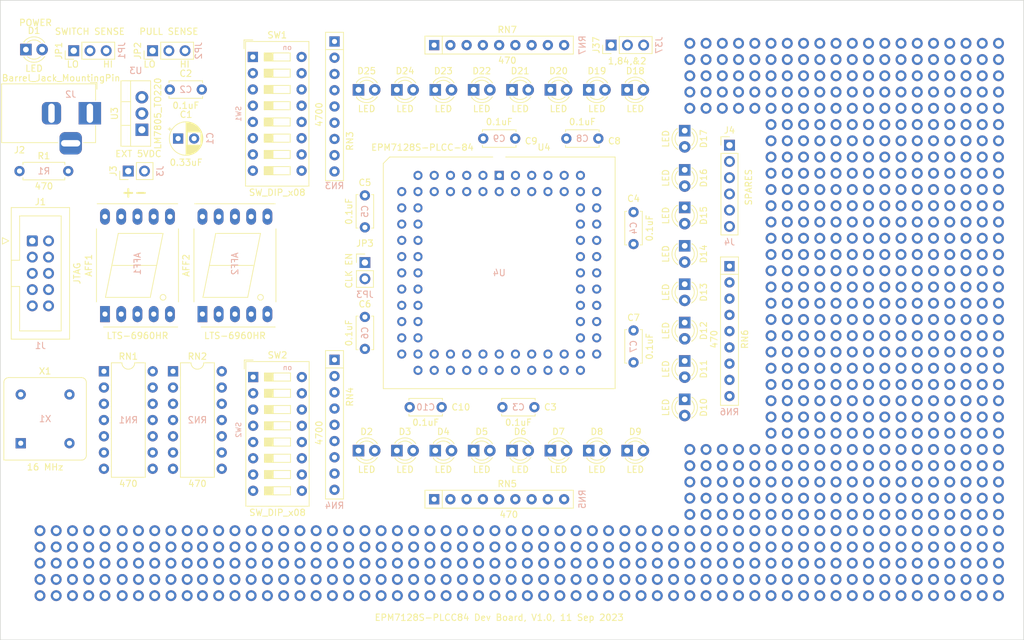
<source format=kicad_pcb>
(kicad_pcb (version 20211014) (generator pcbnew)
  (layers (0 "F.Cu" signal) (31 "B.Cu" signal) (34 "B.Paste" user) (35 "F.Paste" user) (36 "B.SilkS" user "B.Silkscreen") (37 "F.SilkS" user "F.Silkscreen") (38 "B.Mask" user) (39 "F.Mask" user) (44 "Edge.Cuts" user))
  (net 0 "")
  (net 1 "/9V")
  (net 2 "GND")
  (net 3 "VCC")
  (net 4 "Net-(D1-Pad2)")
  (net 5 "Net-(D2-Pad1)")
  (net 6 "Net-(D2-Pad2)")
  (net 7 "Net-(D3-Pad1)")
  (net 8 "Net-(D3-Pad2)")
  (net 9 "Net-(D4-Pad1)")
  (net 10 "Net-(D4-Pad2)")
  (net 11 "Net-(D5-Pad1)")
  (net 12 "Net-(D5-Pad2)")
  (net 13 "Net-(D6-Pad1)")
  (net 14 "Net-(D6-Pad2)")
  (net 15 "Net-(D7-Pad1)")
  (net 16 "Net-(D7-Pad2)")
  (net 17 "Net-(D8-Pad1)")
  (net 18 "Net-(D8-Pad2)")
  (net 19 "Net-(D9-Pad1)")
  (net 20 "Net-(D9-Pad2)")
  (net 21 "Net-(D10-Pad1)")
  (net 22 "Net-(D10-Pad2)")
  (net 23 "Net-(D11-Pad1)")
  (net 24 "Net-(D11-Pad2)")
  (net 25 "Net-(D12-Pad1)")
  (net 26 "Net-(D12-Pad2)")
  (net 27 "Net-(D13-Pad1)")
  (net 28 "Net-(D13-Pad2)")
  (net 29 "Net-(D14-Pad1)")
  (net 30 "Net-(D14-Pad2)")
  (net 31 "Net-(D15-Pad1)")
  (net 32 "Net-(D15-Pad2)")
  (net 33 "Net-(D16-Pad1)")
  (net 34 "Net-(D16-Pad2)")
  (net 35 "Net-(D17-Pad1)")
  (net 36 "Net-(D17-Pad2)")
  (net 37 "Net-(D18-Pad1)")
  (net 38 "Net-(D18-Pad2)")
  (net 39 "Net-(D19-Pad1)")
  (net 40 "Net-(D19-Pad2)")
  (net 41 "Net-(D20-Pad1)")
  (net 42 "Net-(D20-Pad2)")
  (net 43 "Net-(D21-Pad1)")
  (net 44 "Net-(D21-Pad2)")
  (net 45 "Net-(D22-Pad1)")
  (net 46 "Net-(D22-Pad2)")
  (net 47 "Net-(D23-Pad1)")
  (net 48 "Net-(D23-Pad2)")
  (net 49 "Net-(D24-Pad1)")
  (net 50 "Net-(D24-Pad2)")
  (net 51 "Net-(D25-Pad1)")
  (net 52 "Net-(D25-Pad2)")
  (net 53 "TCK")
  (net 54 "TDO")
  (net 55 "TMS")
  (net 59 "TDI")
  (net 60 "Net-(J4-Pad2)")
  (net 61 "Net-(J4-Pad3)")
  (net 62 "Net-(J4-Pad4)")
  (net 63 "Net-(J4-Pad5)")
  (net 64 "Net-(J4-Pad6)")
  (net 65 "SWITCH-SENSE")
  (net 66 "PULL-SENSE")
  (net 67 "SEGA_A")
  (net 68 "SEGA_B")
  (net 69 "SEGA_C")
  (net 70 "SEGA_D")
  (net 71 "SEGA_E")
  (net 72 "SEGA_F")
  (net 73 "SEGA_G")
  (net 74 "Net-(AFF1-Pad1)")
  (net 75 "Net-(AFF1-Pad2)")
  (net 76 "Net-(AFF1-Pad4)")
  (net 77 "Net-(AFF1-Pad6)")
  (net 78 "Net-(AFF1-Pad7)")
  (net 79 "Net-(AFF1-Pad9)")
  (net 80 "Net-(AFF1-Pad10)")
  (net 81 "SEGB_A")
  (net 82 "SEGB_B")
  (net 83 "SEGB_C")
  (net 84 "SEGB_D")
  (net 85 "SEGB_E")
  (net 86 "SEGB_F")
  (net 87 "SEGB_G")
  (net 88 "Net-(AFF2-Pad1)")
  (net 89 "Net-(AFF2-Pad2)")
  (net 90 "Net-(AFF2-Pad4)")
  (net 91 "Net-(AFF2-Pad6)")
  (net 92 "Net-(AFF2-Pad7)")
  (net 93 "Net-(AFF2-Pad9)")
  (net 94 "Net-(AFF2-Pad10)")
  (net 95 "Net-(RN3-Pad2)")
  (net 96 "Net-(J4-Pad1)")
  (net 97 "Net-(JP3-Pad1)")
  (net 98 "Net-(RN3-Pad3)")
  (net 99 "Net-(RN3-Pad4)")
  (net 100 "Net-(RN3-Pad5)")
  (net 101 "Net-(RN3-Pad6)")
  (net 102 "Net-(RN3-Pad7)")
  (net 103 "Net-(U4-Pad1)")
  (net 104 "Net-(U4-Pad84)")
  (net 105 "Net-(U4-Pad2)")
  (net 106 "CLK")
  (net 107 "Net-(RN3-Pad8)")
  (net 108 "Net-(RN3-Pad9)")
  (net 109 "Net-(RN4-Pad2)")
  (net 110 "Net-(RN4-Pad3)")
  (net 111 "Net-(RN4-Pad4)")
  (net 112 "Net-(RN4-Pad5)")
  (net 113 "Net-(RN4-Pad6)")
  (net 114 "Net-(RN4-Pad7)")
  (net 115 "Net-(RN4-Pad8)")
  (net 116 "Net-(RN4-Pad9)")
  (footprint "PTHelement:PTHelement" (layer "F.Cu") (at 190.5 120.22)
    (fp_text reference "J22")
    (fp_text value "PTH")
  )
  (footprint "LED_THT:LED_D3.0mm" (layer "F.Cu") (at 126 120.4008)
    (fp_text reference "D2")
    (fp_text value "LED")
  )
  (footprint "PTHelement:PTHelement" (layer "F.Cu") (at 215.9 69.42)
    (fp_text reference "J13")
    (fp_text value "PTH")
  )
  (footprint "Package_LCC:PLCC-84_THT-Socket" (layer "F.Cu") (at 148 77.37)
    (fp_text reference "U4")
    (fp_text value "EPM7128S-PLCC-84")
  )
  (footprint "LED_THT:LED_D3.0mm" (layer "F.Cu") (at 144 120.4008)
    (fp_text reference "D5")
    (fp_text value "LED")
  )
  (footprint "Resistor_THT:R_Array_SIP9" (layer "F.Cu") (at 122.25 106.205 -90)
    (fp_text reference "RN4")
    (fp_text value "4700")
  )
  (footprint "PTHelement:PTHelement" (layer "F.Cu") (at 152.4 132.92)
    (fp_text reference "J16")
    (fp_text value "PTH")
  )
  (footprint "LED_THT:LED_D3.0mm" (layer "F.Cu") (at 162 120.4008)
    (fp_text reference "D8")
    (fp_text value "LED")
  )
  (footprint "PTHelement:PTHelement" (layer "F.Cu") (at 177.8 56.72)
    (fp_text reference "J28")
    (fp_text value "PTH")
  )
  (footprint "Connector_PinHeader_2.54mm:PinHeader_1x03_P2.54mm_Vertical" (layer "F.Cu") (at 165.5 57 90)
    (fp_text reference "J37")
    (fp_text value "1,84,&2")
  )
  (footprint "PTHelement:PTHelement" (layer "F.Cu") (at 190.5 132.92)
    (fp_text reference "J19")
    (fp_text value "PTH")
  )
  (footprint "LED_THT:LED_D3.0mm" (layer "F.Cu") (at 150 64)
    (fp_text reference "D21")
    (fp_text value "LED")
  )
  (footprint "PTHelement:PTHelement" (layer "F.Cu") (at 203.2 82.12)
    (fp_text reference "J14")
    (fp_text value "PTH")
  )
  (footprint "LED_THT:LED_D3.0mm" (layer "F.Cu") (at 138 120.4008)
    (fp_text reference "D4")
    (fp_text value "LED")
  )
  (footprint "PTHelement:PTHelement" (layer "F.Cu") (at 177.8 132.92)
    (fp_text reference "J34")
    (fp_text value "PTH")
  )
  (footprint "Resistor_THT:R_Array_SIP9" (layer "F.Cu") (at 137.825 128)
    (fp_text reference "RN5")
    (fp_text value "470")
  )
  (footprint "LED_THT:LED_D3.0mm" (layer "F.Cu") (at 150 120.4008)
    (fp_text reference "D6")
    (fp_text value "LED")
  )
  (footprint "PTHelement:PTHelement" (layer "F.Cu") (at 215.9 120.22)
    (fp_text reference "J29")
    (fp_text value "PTH")
  )
  (footprint "Capacitor_THT:C_Disc_D5.0mm_W2.5mm_P5.00mm" (layer "F.Cu") (at 158.5 71.61)
    (fp_text reference "C8")
    (fp_text value "0.1uF")
  )
  (footprint "PTHelement:PTHelement" (layer "F.Cu") (at 203.2 94.82)
    (fp_text reference "J15")
    (fp_text value "PTH")
  )
  (footprint "LED_THT:LED_D3.0mm" (layer "F.Cu") (at 168 64)
    (fp_text reference "D18")
    (fp_text value "LED")
  )
  (footprint "Resistor_THT:R_Array_SIP9" (layer "F.Cu") (at 137.825 57)
    (fp_text reference "RN7")
    (fp_text value "470")
  )
  (footprint "PTHelement:PTHelement" (layer "F.Cu") (at 177.8 120.22)
    (fp_text reference "J25")
    (fp_text value "PTH")
  )
  (footprint "PTHelement:PTHelement" (layer "F.Cu") (at 76.2 132.92)
    (fp_text reference "J35")
    (fp_text value "PTH")
  )
  (footprint "Capacitor_THT:CP_Radial_D5.0mm_P2.50mm" (layer "F.Cu") (at 97.7949 71.61)
    (fp_text reference "C1")
    (fp_text value "0.33uF")
  )
  (footprint "PTHelement:PTHelement" (layer "F.Cu") (at 203.2 69.42)
    (fp_text reference "J8")
    (fp_text value "PTH")
  )
  (footprint "PTHelement:PTHelement" (layer "F.Cu") (at 203.2 120.22)
    (fp_text reference "J30")
    (fp_text value "PTH")
  )
  (footprint "LED_THT:LED_D3.0mm" (layer "F.Cu") (at 156 120.4008)
    (fp_text reference "D7")
    (fp_text value "LED")
  )
  (footprint "PTHelement:PTHelement" (layer "F.Cu") (at 215.9 56.72)
    (fp_text reference "J9")
    (fp_text value "PTH")
  )
  (footprint "Package_DIP:DIP-14_W7.62mm" (layer "F.Cu") (at 97 108)
    (fp_text reference "RN2")
    (fp_text value "470")
  )
  (footprint "Capacitor_THT:C_Disc_D5.0mm_W2.5mm_P5.00mm" (layer "F.Cu") (at 148.5 113.61)
    (fp_text reference "C3")
    (fp_text value "0.1uF")
  )
  (footprint "Connector_BarrelJack:BarrelJack_Horizontal" (layer "F.Cu") (at 84 67.6525)
    (fp_text reference "J2")
    (fp_text value "Barrel_Jack_MountingPin")
  )
  (footprint "PTHelement:PTHelement" (layer "F.Cu") (at 203.2 132.92)
    (fp_text reference "J20")
    (fp_text value "PTH")
  )
  (footprint "LED_THT:LED_D3.0mm" (layer "F.Cu") (at 126 64)
    (fp_text reference "D25")
    (fp_text value "LED")
  )
  (footprint "PTHelement:PTHelement" (layer "F.Cu") (at 139.7 132.92)
    (fp_text reference "J27")
    (fp_text value "PTH")
  )
  (footprint "LED_THT:LED_D3.0mm" (layer "F.Cu") (at 177 82.38 -90)
    (fp_text reference "D15")
    (fp_text value "LED")
  )
  (footprint "PTHelement:PTHelement" (layer "F.Cu") (at 190.5 107.52)
    (fp_text reference "J21")
    (fp_text value "PTH")
  )
  (footprint "Resistor_THT:R_Array_SIP9" (layer "F.Cu") (at 122.25 56.435 -90)
    (fp_text reference "RN3")
    (fp_text value "4700")
  )
  (footprint "Package_DIP:DIP-14_W7.62mm" (layer "F.Cu") (at 86.2 108)
    (fp_text reference "RN1")
    (fp_text value "470")
  )
  (footprint "LED_THT:LED_D3.0mm" (layer "F.Cu") (at 177 112.38 -90)
    (fp_text reference "D10")
    (fp_text value "LED")
  )
  (footprint "LED_THT:LED_D3.0mm" (layer "F.Cu") (at 132 120.4008)
    (fp_text reference "D3")
    (fp_text value "LED")
  )
  (footprint "PTHelement:PTHelement" (layer "F.Cu") (at 101.6 132.92)
    (fp_text reference "J17")
    (fp_text value "PTH")
  )
  (footprint "LED_THT:LED_D3.0mm" (layer "F.Cu") (at 177 100.38 -90)
    (fp_text reference "D12")
    (fp_text value "LED")
  )
  (footprint "Resistor_THT:R_Array_SIP9" (layer "F.Cu") (at 184 91.56 -90)
    (fp_text reference "RN6")
    (fp_text value "470")
  )
  (footprint "Button_Switch_THT:SW_DIP_SPSTx08_Slide_9.78x22.5mm_W7.62mm_P2.54mm" (layer "F.Cu") (at 109.4825 58.855)
    (fp_text reference "SW1")
    (fp_text value "SW_DIP_x08")
  )
  (footprint "LED_THT:LED_D3.0mm" (layer "F.Cu") (at 162 64)
    (fp_text reference "D19")
    (fp_text value "LED")
  )
  (footprint "PTHelement:PTHelement" (layer "F.Cu") (at 215.9 94.82)
    (fp_text reference "J23")
    (fp_text value "PTH")
  )
  (footprint "Display_7Segment:7SegmentLED_LTS6760_LTS6780" (layer "F.Cu") (at 86.36 99.06 90)
    (fp_text reference "AFF1")
    (fp_text value "LTS-6960HR")
  )
  (footprint "Connector_PinHeader_2.54mm:PinHeader_1x06_P2.54mm_Vertical" (layer "F.Cu") (at 184 72.65)
    (fp_text reference "J4")
    (fp_text value "SPARES")
  )
  (footprint "PTHelement:PTHelement" (layer "F.Cu") (at 215.9 107.52)
    (fp_text reference "J32")
    (fp_text value "PTH")
  )
  (footprint "LED_THT:LED_D3.0mm" (layer "F.Cu") (at 138 64.0055)
    (fp_text reference "D23")
    (fp_text value "LED")
  )
  (footprint "Capacitor_THT:C_Disc_D5.0mm_W2.5mm_P5.00mm" (layer "F.Cu") (at 127 99.5 -90)
    (fp_text reference "C6")
    (fp_text value "0.1uF")
  )
  (footprint "Capacitor_THT:C_Disc_D5.0mm_W2.5mm_P5.00mm" (layer "F.Cu") (at 96.5 63.9475)
    (fp_text reference "C2")
    (fp_text value "0.1uF")
  )
  (footprint "Capacitor_THT:C_Disc_D5.0mm_W2.5mm_P5.00mm" (layer "F.Cu") (at 127 80.5 -90)
    (fp_text reference "C5")
    (fp_text value "0.1uF")
  )
  (footprint "PTHelement:PTHelement" (layer "F.Cu") (at 165.1 132.92)
    (fp_text reference "J24")
    (fp_text value "PTH")
  )
  (footprint "Connector_PinHeader_2.54mm:PinHeader_1x02_P2.54mm_Vertical" (layer "F.Cu") (at 127 91)
    (fp_text reference "JP3")
    (fp_text value "CLK EN")
  )
  (footprint "PTHelement:PTHelement" (layer "F.Cu") (at 203.2 107.52)
    (fp_text reference "J31")
    (fp_text value "PTH")
  )
  (footprint "PTHelement:PTHelement" (layer "F.Cu") (at 215.9 82.12)
    (fp_text reference "J10")
    (fp_text value "PTH")
  )
  (footprint "Capacitor_THT:C_Disc_D5.0mm_W2.5mm_P5.00mm" (layer "F.Cu") (at 169 106.61 90)
    (fp_text reference "C7")
    (fp_text value "0.1uF")
  )
  (footprint "PTHelement:PTHelement" (layer "F.Cu") (at 190.5 94.82)
    (fp_text reference "J5")
    (fp_text value "PTH")
  )
  (footprint "LED_THT:LED_D3.0mm" (layer "F.Cu") (at 156 64)
    (fp_text reference "D20")
    (fp_text value "LED")
  )
  (footprint "LED_THT:LED_D3.0mm" (layer "F.Cu") (at 177 76.505 -90)
    (fp_text reference "D16")
    (fp_text value "LED")
  )
  (footprint "Package_TO_SOT_THT:TO-220-3_Vertical" (layer "F.Cu") (at 92.13 70.2375 90)
    (fp_text reference "U3")
    (fp_text value "LM7805_TO220")
  )
  (footprint "Button_Switch_THT:SW_DIP_SPSTx08_Slide_9.78x22.5mm_W7.62mm_P2.54mm" (layer "F.Cu") (at 109.525 108.9)
    (fp_text reference "SW2")
    (fp_text value "SW_DIP_x08")
  )
  (footprint "LED_THT:LED_D3.0mm" (layer "F.Cu") (at 177 94.38 -90)
    (fp_text reference "D13")
    (fp_text value "LED")
  )
  (footprint "PTHelement:PTHelement" (layer "F.Cu") (at 127 132.92)
    (fp_text reference "J26")
    (fp_text value "PTH")
  )
  (footprint "PTHelement:PTHelement" (layer "F.Cu") (at 203.2 56.72)
    (fp_text reference "J12")
    (fp_text value "PTH")
  )
  (footprint "PTHelement:PTHelement" (layer "F.Cu") (at 190.5 82.12)
    (fp_text reference "J7")
    (fp_text value "PTH")
  )
  (footprint "LED_THT:LED_D3.0mm" (layer "F.Cu") (at 74 57.6975)
    (fp_text reference "D1")
    (fp_text value "LED")
  )
  (footprint "Capacitor_THT:C_Disc_D5.0mm_W2.5mm_P5.00mm" (layer "F.Cu") (at 169 88.11 90)
    (fp_text reference "C4")
    (fp_text value "0.1uF")
  )
  (footprint "PTHelement:PTHelement" (layer "F.Cu") (at 215.9 132.92)
    (fp_text reference "J18")
    (fp_text value "PTH")
  )
  (footprint "Resistor_THT:R_Axial_DIN0207_L6.3mm_D2.5mm_P7.62mm_Horizontal" (layer "F.Cu") (at 73 76.6975)
    (fp_text reference "R1")
    (fp_text value "470")
  )
  (footprint "LED_THT:LED_D3.0mm" (layer "F.Cu") (at 144 64)
    (fp_text reference "D22")
    (fp_text value "LED")
  )
  (footprint "LED_THT:LED_D3.0mm" (layer "F.Cu") (at 177 88.38 -90)
    (fp_text reference "D14")
    (fp_text value "LED")
  )
  (footprint "LED_THT:LED_D3.0mm" (layer "F.Cu") (at 177 106.38 -90)
    (fp_text reference "D11")
    (fp_text value "LED")
  )
  (footprint "LED_THT:LED_D3.0mm" (layer "F.Cu") (at 177 70.38 -90)
    (fp_text reference "D17")
    (fp_text value "LED")
  )
  (footprint "Connector_PinHeader_2.54mm:PinHeader_1x03_P2.54mm_Vertical" (layer "F.Cu") (at 81.475 57.88 90)
    (fp_text reference "JP1")
    (fp_text value "SWITCH SENSE")
  )
  (footprint "Capacitor_THT:C_Disc_D5.0mm_W2.5mm_P5.00mm" (layer "F.Cu") (at 139 113.61 180)
    (fp_text reference "C10")
    (fp_text value "0.1uF")
  )
  (footprint "PTHelement:PTHelement" (layer "F.Cu") (at 89.06 132.92)
    (fp_text reference "J36")
    (fp_text value "PTH")
  )
  (footprint "Connector_PinHeader_2.54mm:PinHeader_1x03_P2.54mm_Vertical" (layer "F.Cu") (at 93.8075 57.88 90)
    (fp_text reference "JP2")
    (fp_text value "PULL SENSE")
  )
  (footprint "LED_THT:LED_D3.0mm" (layer "F.Cu") (at 132 64)
    (fp_text reference "D24")
    (fp_text value "LED")
  )
  (footprint "Display_7Segment:7SegmentLED_LTS6760_LTS6780" (layer "F.Cu") (at 101.6 99.06 90)
    (fp_text reference "AFF2")
    (fp_text value "LTS-6960HR")
  )
  (footprint "Capacitor_THT:C_Disc_D5.0mm_W2.5mm_P5.00mm" (layer "F.Cu") (at 145.5 71.61)
    (fp_text reference "C9")
    (fp_text value "0.1uF")
  )
  (footprint "Connector_IDC:IDC-Header_2x05_P2.54mm_Vertical" (layer "F.Cu") (at 75 87.61)
    (fp_text reference "J1")
    (fp_text value "JTAG")
  )
  (footprint "LED_THT:LED_D3.0mm" (layer "F.Cu") (at 168 120.4008)
    (fp_text reference "D9")
    (fp_text value "LED")
  )
  (footprint "PTHelement:PTHelement" (layer "F.Cu") (at 190.5 56.72)
    (fp_text reference "J11")
    (fp_text value "PTH")
  )
  (footprint "Oscillator:Oscillator_DIP-8" (layer "F.Cu") (at 73.19 119.245)
    (fp_text reference "X1")
    (fp_text value "16 MHz")
  )
  (footprint "Connector_PinHeader_2.54mm:PinHeader_1x02_P2.54mm_Vertical" (layer "F.Cu") (at 90 76.6975 90)
    (fp_text reference "J3")
    (fp_text value "EXT 5VDC")
  )
  (footprint "PTHelement:PTHelement" (layer "F.Cu") (at 190.5 69.42)
    (fp_text reference "J6")
    (fp_text value "PTH")
  )
  (footprint "PTHelement:PTHelement" (layer "F.Cu") (at 114.3 132.92)
    (fp_text reference "J33")
    (fp_text value "PTH")
  )
  (gr_line (start 230 150) (end 230 50) (layer "Edge.Cuts") (width 0.1))
  (gr_line (start 70 50) (end 70 150) (layer "Edge.Cuts") (width 0.1))
  (gr_line (start 70 150) (end 230 150) (layer "Edge.Cuts") (width 0.1))
  (gr_line (start 230 50) (end 70 50) (layer "Edge.Cuts") (width 0.1))
  (gr_text "EPM7128S-PLCC84 Dev Board, V1.0, 11 Sep 2023" (at 148 146.5) (layer "F.SilkS") (effects (font (size 1 1))))
  (gr_text "+-" (at 91 80) (layer "F.SilkS") (effects (font (size 1.6 1.6) (thickness 0.3))))
  (gr_text "LO     HI" (at 96 60) (layer "F.SilkS") (effects (font (size 1 1))))
  (gr_text "POWER" (at 75.5 53.5) (layer "F.SilkS") (effects (font (size 1 1))))
  (gr_text "LO     HI" (at 84 60) (layer "F.SilkS") (effects (font (size 1 1))))
)
</source>
